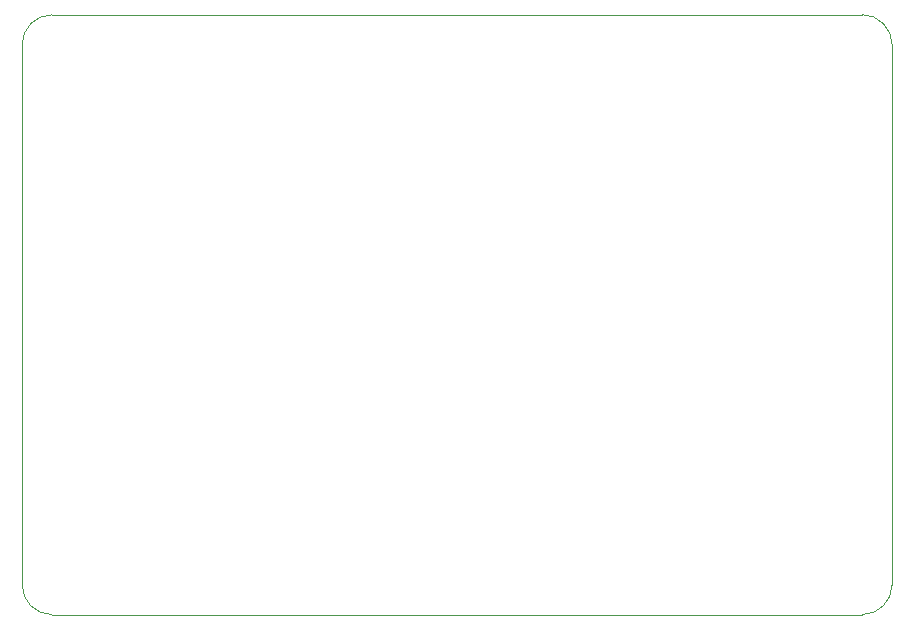
<source format=gm1>
G04 #@! TF.GenerationSoftware,KiCad,Pcbnew,(5.1.5)-3*
G04 #@! TF.CreationDate,2020-04-03T11:19:55-04:00*
G04 #@! TF.ProjectId,Claw10 PCB,436c6177-3130-4205-9043-422e6b696361,rev?*
G04 #@! TF.SameCoordinates,Original*
G04 #@! TF.FileFunction,Profile,NP*
%FSLAX46Y46*%
G04 Gerber Fmt 4.6, Leading zero omitted, Abs format (unit mm)*
G04 Created by KiCad (PCBNEW (5.1.5)-3) date 2020-04-03 11:19:55*
%MOMM*%
%LPD*%
G04 APERTURE LIST*
%ADD10C,0.050000*%
G04 APERTURE END LIST*
D10*
X111760000Y-66040000D02*
X111760000Y-20320000D01*
X111760000Y-66040000D02*
G75*
G02X109220000Y-68580000I-2540000J0D01*
G01*
X40640000Y-68580000D02*
X109220000Y-68580000D01*
X40640000Y-68580000D02*
G75*
G02X38100000Y-66040000I0J2540000D01*
G01*
X38100000Y-20320000D02*
X38100000Y-66040000D01*
X38100000Y-20320000D02*
G75*
G02X40640000Y-17780000I2540000J0D01*
G01*
X109220000Y-17780000D02*
X40640000Y-17780000D01*
X109220000Y-17780000D02*
G75*
G02X111760000Y-20320000I0J-2540000D01*
G01*
M02*

</source>
